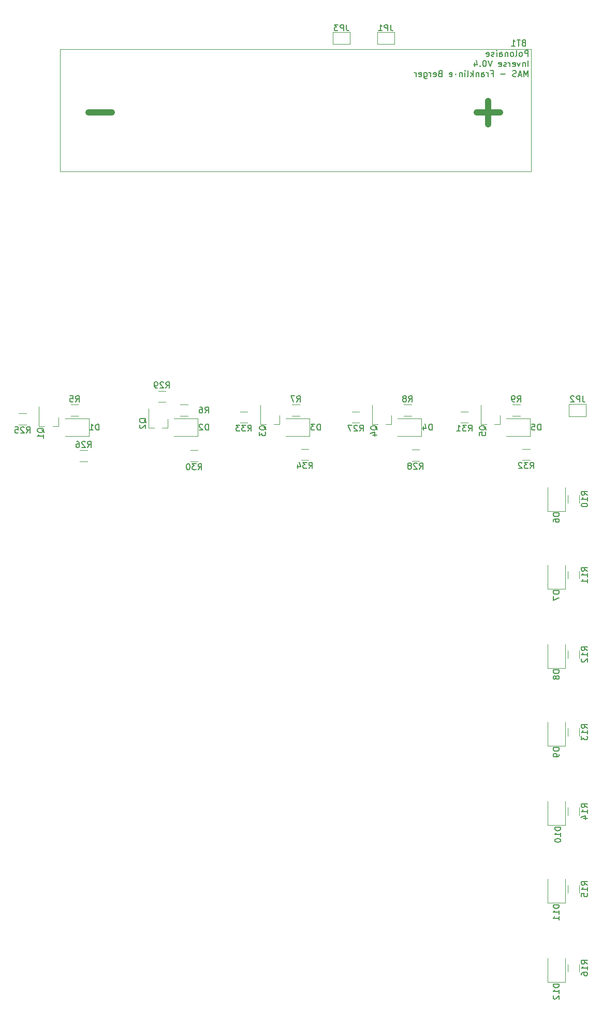
<source format=gbo>
G04 #@! TF.GenerationSoftware,KiCad,Pcbnew,(5.1.2)-1*
G04 #@! TF.CreationDate,2020-06-25T14:26:39+02:00*
G04 #@! TF.ProjectId,projet,70726f6a-6574-42e6-9b69-6361645f7063,rev?*
G04 #@! TF.SameCoordinates,Original*
G04 #@! TF.FileFunction,Legend,Bot*
G04 #@! TF.FilePolarity,Positive*
%FSLAX46Y46*%
G04 Gerber Fmt 4.6, Leading zero omitted, Abs format (unit mm)*
G04 Created by KiCad (PCBNEW (5.1.2)-1) date 2020-06-25 14:26:39*
%MOMM*%
%LPD*%
G04 APERTURE LIST*
%ADD10C,0.150000*%
%ADD11C,0.120000*%
%ADD12C,1.000000*%
G04 APERTURE END LIST*
D10*
X139513023Y-27123380D02*
X139513023Y-26123380D01*
X139132071Y-26123380D01*
X139036833Y-26171000D01*
X138989214Y-26218619D01*
X138941595Y-26313857D01*
X138941595Y-26456714D01*
X138989214Y-26551952D01*
X139036833Y-26599571D01*
X139132071Y-26647190D01*
X139513023Y-26647190D01*
X138370166Y-27123380D02*
X138465404Y-27075761D01*
X138513023Y-27028142D01*
X138560642Y-26932904D01*
X138560642Y-26647190D01*
X138513023Y-26551952D01*
X138465404Y-26504333D01*
X138370166Y-26456714D01*
X138227309Y-26456714D01*
X138132071Y-26504333D01*
X138084452Y-26551952D01*
X138036833Y-26647190D01*
X138036833Y-26932904D01*
X138084452Y-27028142D01*
X138132071Y-27075761D01*
X138227309Y-27123380D01*
X138370166Y-27123380D01*
X137465404Y-27123380D02*
X137560642Y-27075761D01*
X137608261Y-26980523D01*
X137608261Y-26123380D01*
X136941595Y-27123380D02*
X137036833Y-27075761D01*
X137084452Y-27028142D01*
X137132071Y-26932904D01*
X137132071Y-26647190D01*
X137084452Y-26551952D01*
X137036833Y-26504333D01*
X136941595Y-26456714D01*
X136798738Y-26456714D01*
X136703499Y-26504333D01*
X136655880Y-26551952D01*
X136608261Y-26647190D01*
X136608261Y-26932904D01*
X136655880Y-27028142D01*
X136703499Y-27075761D01*
X136798738Y-27123380D01*
X136941595Y-27123380D01*
X136179690Y-26456714D02*
X136179690Y-27123380D01*
X136179690Y-26551952D02*
X136132071Y-26504333D01*
X136036833Y-26456714D01*
X135893976Y-26456714D01*
X135798738Y-26504333D01*
X135751119Y-26599571D01*
X135751119Y-27123380D01*
X134846357Y-27123380D02*
X134846357Y-26599571D01*
X134893976Y-26504333D01*
X134989214Y-26456714D01*
X135179690Y-26456714D01*
X135274928Y-26504333D01*
X134846357Y-27075761D02*
X134941595Y-27123380D01*
X135179690Y-27123380D01*
X135274928Y-27075761D01*
X135322547Y-26980523D01*
X135322547Y-26885285D01*
X135274928Y-26790047D01*
X135179690Y-26742428D01*
X134941595Y-26742428D01*
X134846357Y-26694809D01*
X134370166Y-27123380D02*
X134370166Y-26456714D01*
X134370166Y-26123380D02*
X134417785Y-26171000D01*
X134370166Y-26218619D01*
X134322547Y-26171000D01*
X134370166Y-26123380D01*
X134370166Y-26218619D01*
X133941595Y-27075761D02*
X133846357Y-27123380D01*
X133655880Y-27123380D01*
X133560642Y-27075761D01*
X133513023Y-26980523D01*
X133513023Y-26932904D01*
X133560642Y-26837666D01*
X133655880Y-26790047D01*
X133798738Y-26790047D01*
X133893976Y-26742428D01*
X133941595Y-26647190D01*
X133941595Y-26599571D01*
X133893976Y-26504333D01*
X133798738Y-26456714D01*
X133655880Y-26456714D01*
X133560642Y-26504333D01*
X132703499Y-27075761D02*
X132798738Y-27123380D01*
X132989214Y-27123380D01*
X133084452Y-27075761D01*
X133132071Y-26980523D01*
X133132071Y-26599571D01*
X133084452Y-26504333D01*
X132989214Y-26456714D01*
X132798738Y-26456714D01*
X132703499Y-26504333D01*
X132655880Y-26599571D01*
X132655880Y-26694809D01*
X133132071Y-26790047D01*
X139513023Y-28773380D02*
X139513023Y-27773380D01*
X139036833Y-28106714D02*
X139036833Y-28773380D01*
X139036833Y-28201952D02*
X138989214Y-28154333D01*
X138893976Y-28106714D01*
X138751119Y-28106714D01*
X138655880Y-28154333D01*
X138608261Y-28249571D01*
X138608261Y-28773380D01*
X138227309Y-28106714D02*
X137989214Y-28773380D01*
X137751119Y-28106714D01*
X136989214Y-28725761D02*
X137084452Y-28773380D01*
X137274928Y-28773380D01*
X137370166Y-28725761D01*
X137417785Y-28630523D01*
X137417785Y-28249571D01*
X137370166Y-28154333D01*
X137274928Y-28106714D01*
X137084452Y-28106714D01*
X136989214Y-28154333D01*
X136941595Y-28249571D01*
X136941595Y-28344809D01*
X137417785Y-28440047D01*
X136513023Y-28773380D02*
X136513023Y-28106714D01*
X136513023Y-28297190D02*
X136465404Y-28201952D01*
X136417785Y-28154333D01*
X136322547Y-28106714D01*
X136227309Y-28106714D01*
X135941595Y-28725761D02*
X135846357Y-28773380D01*
X135655880Y-28773380D01*
X135560642Y-28725761D01*
X135513023Y-28630523D01*
X135513023Y-28582904D01*
X135560642Y-28487666D01*
X135655880Y-28440047D01*
X135798738Y-28440047D01*
X135893976Y-28392428D01*
X135941595Y-28297190D01*
X135941595Y-28249571D01*
X135893976Y-28154333D01*
X135798738Y-28106714D01*
X135655880Y-28106714D01*
X135560642Y-28154333D01*
X134703499Y-28725761D02*
X134798738Y-28773380D01*
X134989214Y-28773380D01*
X135084452Y-28725761D01*
X135132071Y-28630523D01*
X135132071Y-28249571D01*
X135084452Y-28154333D01*
X134989214Y-28106714D01*
X134798738Y-28106714D01*
X134703499Y-28154333D01*
X134655880Y-28249571D01*
X134655880Y-28344809D01*
X135132071Y-28440047D01*
X133608261Y-27773380D02*
X133274928Y-28773380D01*
X132941595Y-27773380D01*
X132417785Y-27773380D02*
X132322547Y-27773380D01*
X132227309Y-27821000D01*
X132179690Y-27868619D01*
X132132071Y-27963857D01*
X132084452Y-28154333D01*
X132084452Y-28392428D01*
X132132071Y-28582904D01*
X132179690Y-28678142D01*
X132227309Y-28725761D01*
X132322547Y-28773380D01*
X132417785Y-28773380D01*
X132513023Y-28725761D01*
X132560642Y-28678142D01*
X132608261Y-28582904D01*
X132655880Y-28392428D01*
X132655880Y-28154333D01*
X132608261Y-27963857D01*
X132560642Y-27868619D01*
X132513023Y-27821000D01*
X132417785Y-27773380D01*
X131655880Y-28678142D02*
X131608261Y-28725761D01*
X131655880Y-28773380D01*
X131703499Y-28725761D01*
X131655880Y-28678142D01*
X131655880Y-28773380D01*
X130751119Y-28106714D02*
X130751119Y-28773380D01*
X130989214Y-27725761D02*
X131227309Y-28440047D01*
X130608261Y-28440047D01*
X139513023Y-30423380D02*
X139513023Y-29423380D01*
X139179690Y-30137666D01*
X138846357Y-29423380D01*
X138846357Y-30423380D01*
X138417785Y-30137666D02*
X137941595Y-30137666D01*
X138513023Y-30423380D02*
X138179690Y-29423380D01*
X137846357Y-30423380D01*
X137560642Y-30375761D02*
X137417785Y-30423380D01*
X137179690Y-30423380D01*
X137084452Y-30375761D01*
X137036833Y-30328142D01*
X136989214Y-30232904D01*
X136989214Y-30137666D01*
X137036833Y-30042428D01*
X137084452Y-29994809D01*
X137179690Y-29947190D01*
X137370166Y-29899571D01*
X137465404Y-29851952D01*
X137513023Y-29804333D01*
X137560642Y-29709095D01*
X137560642Y-29613857D01*
X137513023Y-29518619D01*
X137465404Y-29471000D01*
X137370166Y-29423380D01*
X137132071Y-29423380D01*
X136989214Y-29471000D01*
X135798738Y-30042428D02*
X135036833Y-30042428D01*
X133465404Y-29899571D02*
X133798738Y-29899571D01*
X133798738Y-30423380D02*
X133798738Y-29423380D01*
X133322547Y-29423380D01*
X132941595Y-30423380D02*
X132941595Y-29756714D01*
X132941595Y-29947190D02*
X132893976Y-29851952D01*
X132846357Y-29804333D01*
X132751119Y-29756714D01*
X132655880Y-29756714D01*
X131893976Y-30423380D02*
X131893976Y-29899571D01*
X131941595Y-29804333D01*
X132036833Y-29756714D01*
X132227309Y-29756714D01*
X132322547Y-29804333D01*
X131893976Y-30375761D02*
X131989214Y-30423380D01*
X132227309Y-30423380D01*
X132322547Y-30375761D01*
X132370166Y-30280523D01*
X132370166Y-30185285D01*
X132322547Y-30090047D01*
X132227309Y-30042428D01*
X131989214Y-30042428D01*
X131893976Y-29994809D01*
X131417785Y-29756714D02*
X131417785Y-30423380D01*
X131417785Y-29851952D02*
X131370166Y-29804333D01*
X131274928Y-29756714D01*
X131132071Y-29756714D01*
X131036833Y-29804333D01*
X130989214Y-29899571D01*
X130989214Y-30423380D01*
X130513023Y-30423380D02*
X130513023Y-29423380D01*
X130417785Y-30042428D02*
X130132071Y-30423380D01*
X130132071Y-29756714D02*
X130513023Y-30137666D01*
X129560642Y-30423380D02*
X129655880Y-30375761D01*
X129703499Y-30280523D01*
X129703499Y-29423380D01*
X129179690Y-30423380D02*
X129179690Y-29756714D01*
X129179690Y-29423380D02*
X129227309Y-29471000D01*
X129179690Y-29518619D01*
X129132071Y-29471000D01*
X129179690Y-29423380D01*
X129179690Y-29518619D01*
X128703499Y-29756714D02*
X128703499Y-30423380D01*
X128703499Y-29851952D02*
X128655880Y-29804333D01*
X128560642Y-29756714D01*
X128417785Y-29756714D01*
X128322547Y-29804333D01*
X128274928Y-29899571D01*
X128274928Y-30423380D01*
X127655880Y-29994809D02*
X127703499Y-30042428D01*
X127655880Y-30090047D01*
X127608261Y-30042428D01*
X127655880Y-29994809D01*
X127655880Y-30090047D01*
X126655880Y-30375761D02*
X126751119Y-30423380D01*
X126941595Y-30423380D01*
X127036833Y-30375761D01*
X127084452Y-30280523D01*
X127084452Y-29899571D01*
X127036833Y-29804333D01*
X126941595Y-29756714D01*
X126751119Y-29756714D01*
X126655880Y-29804333D01*
X126608261Y-29899571D01*
X126608261Y-29994809D01*
X127084452Y-30090047D01*
X125084452Y-29899571D02*
X124941595Y-29947190D01*
X124893976Y-29994809D01*
X124846357Y-30090047D01*
X124846357Y-30232904D01*
X124893976Y-30328142D01*
X124941595Y-30375761D01*
X125036833Y-30423380D01*
X125417785Y-30423380D01*
X125417785Y-29423380D01*
X125084452Y-29423380D01*
X124989214Y-29471000D01*
X124941595Y-29518619D01*
X124893976Y-29613857D01*
X124893976Y-29709095D01*
X124941595Y-29804333D01*
X124989214Y-29851952D01*
X125084452Y-29899571D01*
X125417785Y-29899571D01*
X124036833Y-30375761D02*
X124132071Y-30423380D01*
X124322547Y-30423380D01*
X124417785Y-30375761D01*
X124465404Y-30280523D01*
X124465404Y-29899571D01*
X124417785Y-29804333D01*
X124322547Y-29756714D01*
X124132071Y-29756714D01*
X124036833Y-29804333D01*
X123989214Y-29899571D01*
X123989214Y-29994809D01*
X124465404Y-30090047D01*
X123560642Y-30423380D02*
X123560642Y-29756714D01*
X123560642Y-29947190D02*
X123513023Y-29851952D01*
X123465404Y-29804333D01*
X123370166Y-29756714D01*
X123274928Y-29756714D01*
X122513023Y-29756714D02*
X122513023Y-30566238D01*
X122560642Y-30661476D01*
X122608261Y-30709095D01*
X122703499Y-30756714D01*
X122846357Y-30756714D01*
X122941595Y-30709095D01*
X122513023Y-30375761D02*
X122608261Y-30423380D01*
X122798738Y-30423380D01*
X122893976Y-30375761D01*
X122941595Y-30328142D01*
X122989214Y-30232904D01*
X122989214Y-29947190D01*
X122941595Y-29851952D01*
X122893976Y-29804333D01*
X122798738Y-29756714D01*
X122608261Y-29756714D01*
X122513023Y-29804333D01*
X121655880Y-30375761D02*
X121751119Y-30423380D01*
X121941595Y-30423380D01*
X122036833Y-30375761D01*
X122084452Y-30280523D01*
X122084452Y-29899571D01*
X122036833Y-29804333D01*
X121941595Y-29756714D01*
X121751119Y-29756714D01*
X121655880Y-29804333D01*
X121608261Y-29899571D01*
X121608261Y-29994809D01*
X122084452Y-30090047D01*
X121179690Y-30423380D02*
X121179690Y-29756714D01*
X121179690Y-29947190D02*
X121132071Y-29851952D01*
X121084452Y-29804333D01*
X120989214Y-29756714D01*
X120893976Y-29756714D01*
D11*
X110366000Y-23130000D02*
X107566000Y-23130000D01*
X107566000Y-23130000D02*
X107566000Y-25130000D01*
X107566000Y-25130000D02*
X110366000Y-25130000D01*
X110366000Y-25130000D02*
X110366000Y-23130000D01*
X102397936Y-91290000D02*
X103602064Y-91290000D01*
X102397936Y-93110000D02*
X103602064Y-93110000D01*
X92410436Y-85190000D02*
X93614564Y-85190000D01*
X92410436Y-87010000D02*
X93614564Y-87010000D01*
X138597936Y-91290000D02*
X139802064Y-91290000D01*
X138597936Y-93110000D02*
X139802064Y-93110000D01*
X128497936Y-85190000D02*
X129702064Y-85190000D01*
X128497936Y-87010000D02*
X129702064Y-87010000D01*
X84285436Y-91490000D02*
X85489564Y-91490000D01*
X84285436Y-93310000D02*
X85489564Y-93310000D01*
X80214564Y-83610000D02*
X79010436Y-83610000D01*
X80214564Y-81790000D02*
X79010436Y-81790000D01*
X120497936Y-91390000D02*
X121702064Y-91390000D01*
X120497936Y-93210000D02*
X121702064Y-93210000D01*
X110710436Y-85190000D02*
X111914564Y-85190000D01*
X110710436Y-87010000D02*
X111914564Y-87010000D01*
X66197936Y-91490000D02*
X67402064Y-91490000D01*
X66197936Y-93310000D02*
X67402064Y-93310000D01*
X56210436Y-85490000D02*
X57414564Y-85490000D01*
X56210436Y-87310000D02*
X57414564Y-87310000D01*
X134930000Y-87260000D02*
X134930000Y-85800000D01*
X131770000Y-87260000D02*
X131770000Y-84100000D01*
X131770000Y-87260000D02*
X132700000Y-87260000D01*
X134930000Y-87260000D02*
X134000000Y-87260000D01*
X117130000Y-87260000D02*
X117130000Y-85800000D01*
X113970000Y-87260000D02*
X113970000Y-84100000D01*
X113970000Y-87260000D02*
X114900000Y-87260000D01*
X117130000Y-87260000D02*
X116200000Y-87260000D01*
X98880000Y-87260000D02*
X98880000Y-85800000D01*
X95720000Y-87260000D02*
X95720000Y-84100000D01*
X95720000Y-87260000D02*
X96650000Y-87260000D01*
X98880000Y-87260000D02*
X97950000Y-87260000D01*
X80580000Y-87860000D02*
X80580000Y-86400000D01*
X77420000Y-87860000D02*
X77420000Y-84700000D01*
X77420000Y-87860000D02*
X78350000Y-87860000D01*
X80580000Y-87860000D02*
X79650000Y-87860000D01*
X62680000Y-87560000D02*
X62680000Y-86100000D01*
X59520000Y-87560000D02*
X59520000Y-84400000D01*
X59520000Y-87560000D02*
X60450000Y-87560000D01*
X62680000Y-87560000D02*
X61750000Y-87560000D01*
X62988000Y-45941000D02*
X139988000Y-45941000D01*
X62988000Y-25941000D02*
X62988000Y-45941000D01*
X139988000Y-25941000D02*
X62988000Y-25941000D01*
X139988000Y-45941000D02*
X139988000Y-25941000D01*
X146029000Y-176714564D02*
X146029000Y-175510436D01*
X147849000Y-176714564D02*
X147849000Y-175510436D01*
X146029000Y-163833564D02*
X146029000Y-162629436D01*
X147849000Y-163833564D02*
X147849000Y-162629436D01*
X146029000Y-151133564D02*
X146029000Y-149929436D01*
X147849000Y-151133564D02*
X147849000Y-149929436D01*
X146029000Y-138179564D02*
X146029000Y-136975436D01*
X147849000Y-138179564D02*
X147849000Y-136975436D01*
X146029000Y-125479564D02*
X146029000Y-124275436D01*
X147849000Y-125479564D02*
X147849000Y-124275436D01*
X146029000Y-112489064D02*
X146029000Y-111284936D01*
X147849000Y-112489064D02*
X147849000Y-111284936D01*
X146029000Y-100079564D02*
X146029000Y-98875436D01*
X147849000Y-100079564D02*
X147849000Y-98875436D01*
X138179564Y-85873000D02*
X136975436Y-85873000D01*
X138179564Y-84053000D02*
X136975436Y-84053000D01*
X120399564Y-85873000D02*
X119195436Y-85873000D01*
X120399564Y-84053000D02*
X119195436Y-84053000D01*
X102111564Y-85873000D02*
X100907436Y-85873000D01*
X102111564Y-84053000D02*
X100907436Y-84053000D01*
X83823564Y-85873000D02*
X82619436Y-85873000D01*
X83823564Y-84053000D02*
X82619436Y-84053000D01*
X65916564Y-85873000D02*
X64712436Y-85873000D01*
X65916564Y-84053000D02*
X64712436Y-84053000D01*
X149011000Y-83963000D02*
X146211000Y-83963000D01*
X146211000Y-83963000D02*
X146211000Y-85963000D01*
X146211000Y-85963000D02*
X149011000Y-85963000D01*
X149011000Y-85963000D02*
X149011000Y-83963000D01*
X114813000Y-25130000D02*
X117613000Y-25130000D01*
X117613000Y-25130000D02*
X117613000Y-23130000D01*
X117613000Y-23130000D02*
X114813000Y-23130000D01*
X114813000Y-23130000D02*
X114813000Y-25130000D01*
X142685000Y-178434000D02*
X142685000Y-174549000D01*
X145605000Y-178434000D02*
X142685000Y-178434000D01*
X145605000Y-174549000D02*
X145605000Y-178434000D01*
X142685000Y-165454000D02*
X142685000Y-161569000D01*
X145605000Y-165454000D02*
X142685000Y-165454000D01*
X145605000Y-161569000D02*
X145605000Y-165454000D01*
X142685000Y-152780000D02*
X142685000Y-148895000D01*
X145605000Y-152780000D02*
X142685000Y-152780000D01*
X145605000Y-148895000D02*
X145605000Y-152780000D01*
X142685000Y-139826000D02*
X142685000Y-135941000D01*
X145605000Y-139826000D02*
X142685000Y-139826000D01*
X145605000Y-135941000D02*
X145605000Y-139826000D01*
X142685000Y-127126000D02*
X142685000Y-123241000D01*
X145605000Y-127126000D02*
X142685000Y-127126000D01*
X145605000Y-123241000D02*
X145605000Y-127126000D01*
X142685000Y-114172000D02*
X142685000Y-110287000D01*
X145605000Y-114172000D02*
X142685000Y-114172000D01*
X145605000Y-110287000D02*
X145605000Y-114172000D01*
X142685000Y-101472000D02*
X142685000Y-97587000D01*
X145605000Y-101472000D02*
X142685000Y-101472000D01*
X145605000Y-97587000D02*
X145605000Y-101472000D01*
X139826000Y-89217000D02*
X135941000Y-89217000D01*
X139826000Y-86297000D02*
X139826000Y-89217000D01*
X135941000Y-86297000D02*
X139826000Y-86297000D01*
X122046000Y-89217000D02*
X118161000Y-89217000D01*
X122046000Y-86297000D02*
X122046000Y-89217000D01*
X118161000Y-86297000D02*
X122046000Y-86297000D01*
X103758000Y-89217000D02*
X99873000Y-89217000D01*
X103758000Y-86297000D02*
X103758000Y-89217000D01*
X99873000Y-86297000D02*
X103758000Y-86297000D01*
X85470000Y-89217000D02*
X81585000Y-89217000D01*
X85470000Y-86297000D02*
X85470000Y-89217000D01*
X81585000Y-86297000D02*
X85470000Y-86297000D01*
X67690000Y-89217000D02*
X63805000Y-89217000D01*
X67690000Y-86297000D02*
X67690000Y-89217000D01*
X63805000Y-86297000D02*
X67690000Y-86297000D01*
D10*
X109799333Y-21931380D02*
X109799333Y-22645666D01*
X109846952Y-22788523D01*
X109942190Y-22883761D01*
X110085047Y-22931380D01*
X110180285Y-22931380D01*
X109323142Y-22931380D02*
X109323142Y-21931380D01*
X108942190Y-21931380D01*
X108846952Y-21979000D01*
X108799333Y-22026619D01*
X108751714Y-22121857D01*
X108751714Y-22264714D01*
X108799333Y-22359952D01*
X108846952Y-22407571D01*
X108942190Y-22455190D01*
X109323142Y-22455190D01*
X108418380Y-21931380D02*
X107799333Y-21931380D01*
X108132666Y-22312333D01*
X107989809Y-22312333D01*
X107894571Y-22359952D01*
X107846952Y-22407571D01*
X107799333Y-22502809D01*
X107799333Y-22740904D01*
X107846952Y-22836142D01*
X107894571Y-22883761D01*
X107989809Y-22931380D01*
X108275523Y-22931380D01*
X108370761Y-22883761D01*
X108418380Y-22836142D01*
X103642857Y-94472380D02*
X103976190Y-93996190D01*
X104214285Y-94472380D02*
X104214285Y-93472380D01*
X103833333Y-93472380D01*
X103738095Y-93520000D01*
X103690476Y-93567619D01*
X103642857Y-93662857D01*
X103642857Y-93805714D01*
X103690476Y-93900952D01*
X103738095Y-93948571D01*
X103833333Y-93996190D01*
X104214285Y-93996190D01*
X103309523Y-93472380D02*
X102690476Y-93472380D01*
X103023809Y-93853333D01*
X102880952Y-93853333D01*
X102785714Y-93900952D01*
X102738095Y-93948571D01*
X102690476Y-94043809D01*
X102690476Y-94281904D01*
X102738095Y-94377142D01*
X102785714Y-94424761D01*
X102880952Y-94472380D01*
X103166666Y-94472380D01*
X103261904Y-94424761D01*
X103309523Y-94377142D01*
X101833333Y-93805714D02*
X101833333Y-94472380D01*
X102071428Y-93424761D02*
X102309523Y-94139047D01*
X101690476Y-94139047D01*
X93655357Y-88372380D02*
X93988690Y-87896190D01*
X94226785Y-88372380D02*
X94226785Y-87372380D01*
X93845833Y-87372380D01*
X93750595Y-87420000D01*
X93702976Y-87467619D01*
X93655357Y-87562857D01*
X93655357Y-87705714D01*
X93702976Y-87800952D01*
X93750595Y-87848571D01*
X93845833Y-87896190D01*
X94226785Y-87896190D01*
X93322023Y-87372380D02*
X92702976Y-87372380D01*
X93036309Y-87753333D01*
X92893452Y-87753333D01*
X92798214Y-87800952D01*
X92750595Y-87848571D01*
X92702976Y-87943809D01*
X92702976Y-88181904D01*
X92750595Y-88277142D01*
X92798214Y-88324761D01*
X92893452Y-88372380D01*
X93179166Y-88372380D01*
X93274404Y-88324761D01*
X93322023Y-88277142D01*
X92369642Y-87372380D02*
X91750595Y-87372380D01*
X92083928Y-87753333D01*
X91941071Y-87753333D01*
X91845833Y-87800952D01*
X91798214Y-87848571D01*
X91750595Y-87943809D01*
X91750595Y-88181904D01*
X91798214Y-88277142D01*
X91845833Y-88324761D01*
X91941071Y-88372380D01*
X92226785Y-88372380D01*
X92322023Y-88324761D01*
X92369642Y-88277142D01*
X139842857Y-94472380D02*
X140176190Y-93996190D01*
X140414285Y-94472380D02*
X140414285Y-93472380D01*
X140033333Y-93472380D01*
X139938095Y-93520000D01*
X139890476Y-93567619D01*
X139842857Y-93662857D01*
X139842857Y-93805714D01*
X139890476Y-93900952D01*
X139938095Y-93948571D01*
X140033333Y-93996190D01*
X140414285Y-93996190D01*
X139509523Y-93472380D02*
X138890476Y-93472380D01*
X139223809Y-93853333D01*
X139080952Y-93853333D01*
X138985714Y-93900952D01*
X138938095Y-93948571D01*
X138890476Y-94043809D01*
X138890476Y-94281904D01*
X138938095Y-94377142D01*
X138985714Y-94424761D01*
X139080952Y-94472380D01*
X139366666Y-94472380D01*
X139461904Y-94424761D01*
X139509523Y-94377142D01*
X138509523Y-93567619D02*
X138461904Y-93520000D01*
X138366666Y-93472380D01*
X138128571Y-93472380D01*
X138033333Y-93520000D01*
X137985714Y-93567619D01*
X137938095Y-93662857D01*
X137938095Y-93758095D01*
X137985714Y-93900952D01*
X138557142Y-94472380D01*
X137938095Y-94472380D01*
X129742857Y-88372380D02*
X130076190Y-87896190D01*
X130314285Y-88372380D02*
X130314285Y-87372380D01*
X129933333Y-87372380D01*
X129838095Y-87420000D01*
X129790476Y-87467619D01*
X129742857Y-87562857D01*
X129742857Y-87705714D01*
X129790476Y-87800952D01*
X129838095Y-87848571D01*
X129933333Y-87896190D01*
X130314285Y-87896190D01*
X129409523Y-87372380D02*
X128790476Y-87372380D01*
X129123809Y-87753333D01*
X128980952Y-87753333D01*
X128885714Y-87800952D01*
X128838095Y-87848571D01*
X128790476Y-87943809D01*
X128790476Y-88181904D01*
X128838095Y-88277142D01*
X128885714Y-88324761D01*
X128980952Y-88372380D01*
X129266666Y-88372380D01*
X129361904Y-88324761D01*
X129409523Y-88277142D01*
X127838095Y-88372380D02*
X128409523Y-88372380D01*
X128123809Y-88372380D02*
X128123809Y-87372380D01*
X128219047Y-87515238D01*
X128314285Y-87610476D01*
X128409523Y-87658095D01*
X85530357Y-94672380D02*
X85863690Y-94196190D01*
X86101785Y-94672380D02*
X86101785Y-93672380D01*
X85720833Y-93672380D01*
X85625595Y-93720000D01*
X85577976Y-93767619D01*
X85530357Y-93862857D01*
X85530357Y-94005714D01*
X85577976Y-94100952D01*
X85625595Y-94148571D01*
X85720833Y-94196190D01*
X86101785Y-94196190D01*
X85197023Y-93672380D02*
X84577976Y-93672380D01*
X84911309Y-94053333D01*
X84768452Y-94053333D01*
X84673214Y-94100952D01*
X84625595Y-94148571D01*
X84577976Y-94243809D01*
X84577976Y-94481904D01*
X84625595Y-94577142D01*
X84673214Y-94624761D01*
X84768452Y-94672380D01*
X85054166Y-94672380D01*
X85149404Y-94624761D01*
X85197023Y-94577142D01*
X83958928Y-93672380D02*
X83863690Y-93672380D01*
X83768452Y-93720000D01*
X83720833Y-93767619D01*
X83673214Y-93862857D01*
X83625595Y-94053333D01*
X83625595Y-94291428D01*
X83673214Y-94481904D01*
X83720833Y-94577142D01*
X83768452Y-94624761D01*
X83863690Y-94672380D01*
X83958928Y-94672380D01*
X84054166Y-94624761D01*
X84101785Y-94577142D01*
X84149404Y-94481904D01*
X84197023Y-94291428D01*
X84197023Y-94053333D01*
X84149404Y-93862857D01*
X84101785Y-93767619D01*
X84054166Y-93720000D01*
X83958928Y-93672380D01*
X80255357Y-81332380D02*
X80588690Y-80856190D01*
X80826785Y-81332380D02*
X80826785Y-80332380D01*
X80445833Y-80332380D01*
X80350595Y-80380000D01*
X80302976Y-80427619D01*
X80255357Y-80522857D01*
X80255357Y-80665714D01*
X80302976Y-80760952D01*
X80350595Y-80808571D01*
X80445833Y-80856190D01*
X80826785Y-80856190D01*
X79874404Y-80427619D02*
X79826785Y-80380000D01*
X79731547Y-80332380D01*
X79493452Y-80332380D01*
X79398214Y-80380000D01*
X79350595Y-80427619D01*
X79302976Y-80522857D01*
X79302976Y-80618095D01*
X79350595Y-80760952D01*
X79922023Y-81332380D01*
X79302976Y-81332380D01*
X78826785Y-81332380D02*
X78636309Y-81332380D01*
X78541071Y-81284761D01*
X78493452Y-81237142D01*
X78398214Y-81094285D01*
X78350595Y-80903809D01*
X78350595Y-80522857D01*
X78398214Y-80427619D01*
X78445833Y-80380000D01*
X78541071Y-80332380D01*
X78731547Y-80332380D01*
X78826785Y-80380000D01*
X78874404Y-80427619D01*
X78922023Y-80522857D01*
X78922023Y-80760952D01*
X78874404Y-80856190D01*
X78826785Y-80903809D01*
X78731547Y-80951428D01*
X78541071Y-80951428D01*
X78445833Y-80903809D01*
X78398214Y-80856190D01*
X78350595Y-80760952D01*
X121742857Y-94572380D02*
X122076190Y-94096190D01*
X122314285Y-94572380D02*
X122314285Y-93572380D01*
X121933333Y-93572380D01*
X121838095Y-93620000D01*
X121790476Y-93667619D01*
X121742857Y-93762857D01*
X121742857Y-93905714D01*
X121790476Y-94000952D01*
X121838095Y-94048571D01*
X121933333Y-94096190D01*
X122314285Y-94096190D01*
X121361904Y-93667619D02*
X121314285Y-93620000D01*
X121219047Y-93572380D01*
X120980952Y-93572380D01*
X120885714Y-93620000D01*
X120838095Y-93667619D01*
X120790476Y-93762857D01*
X120790476Y-93858095D01*
X120838095Y-94000952D01*
X121409523Y-94572380D01*
X120790476Y-94572380D01*
X120219047Y-94000952D02*
X120314285Y-93953333D01*
X120361904Y-93905714D01*
X120409523Y-93810476D01*
X120409523Y-93762857D01*
X120361904Y-93667619D01*
X120314285Y-93620000D01*
X120219047Y-93572380D01*
X120028571Y-93572380D01*
X119933333Y-93620000D01*
X119885714Y-93667619D01*
X119838095Y-93762857D01*
X119838095Y-93810476D01*
X119885714Y-93905714D01*
X119933333Y-93953333D01*
X120028571Y-94000952D01*
X120219047Y-94000952D01*
X120314285Y-94048571D01*
X120361904Y-94096190D01*
X120409523Y-94191428D01*
X120409523Y-94381904D01*
X120361904Y-94477142D01*
X120314285Y-94524761D01*
X120219047Y-94572380D01*
X120028571Y-94572380D01*
X119933333Y-94524761D01*
X119885714Y-94477142D01*
X119838095Y-94381904D01*
X119838095Y-94191428D01*
X119885714Y-94096190D01*
X119933333Y-94048571D01*
X120028571Y-94000952D01*
X111955357Y-88372380D02*
X112288690Y-87896190D01*
X112526785Y-88372380D02*
X112526785Y-87372380D01*
X112145833Y-87372380D01*
X112050595Y-87420000D01*
X112002976Y-87467619D01*
X111955357Y-87562857D01*
X111955357Y-87705714D01*
X112002976Y-87800952D01*
X112050595Y-87848571D01*
X112145833Y-87896190D01*
X112526785Y-87896190D01*
X111574404Y-87467619D02*
X111526785Y-87420000D01*
X111431547Y-87372380D01*
X111193452Y-87372380D01*
X111098214Y-87420000D01*
X111050595Y-87467619D01*
X111002976Y-87562857D01*
X111002976Y-87658095D01*
X111050595Y-87800952D01*
X111622023Y-88372380D01*
X111002976Y-88372380D01*
X110669642Y-87372380D02*
X110002976Y-87372380D01*
X110431547Y-88372380D01*
X67455357Y-91052380D02*
X67788690Y-90576190D01*
X68026785Y-91052380D02*
X68026785Y-90052380D01*
X67645833Y-90052380D01*
X67550595Y-90100000D01*
X67502976Y-90147619D01*
X67455357Y-90242857D01*
X67455357Y-90385714D01*
X67502976Y-90480952D01*
X67550595Y-90528571D01*
X67645833Y-90576190D01*
X68026785Y-90576190D01*
X67074404Y-90147619D02*
X67026785Y-90100000D01*
X66931547Y-90052380D01*
X66693452Y-90052380D01*
X66598214Y-90100000D01*
X66550595Y-90147619D01*
X66502976Y-90242857D01*
X66502976Y-90338095D01*
X66550595Y-90480952D01*
X67122023Y-91052380D01*
X66502976Y-91052380D01*
X65645833Y-90052380D02*
X65836309Y-90052380D01*
X65931547Y-90100000D01*
X65979166Y-90147619D01*
X66074404Y-90290476D01*
X66122023Y-90480952D01*
X66122023Y-90861904D01*
X66074404Y-90957142D01*
X66026785Y-91004761D01*
X65931547Y-91052380D01*
X65741071Y-91052380D01*
X65645833Y-91004761D01*
X65598214Y-90957142D01*
X65550595Y-90861904D01*
X65550595Y-90623809D01*
X65598214Y-90528571D01*
X65645833Y-90480952D01*
X65741071Y-90433333D01*
X65931547Y-90433333D01*
X66026785Y-90480952D01*
X66074404Y-90528571D01*
X66122023Y-90623809D01*
X57455357Y-88672380D02*
X57788690Y-88196190D01*
X58026785Y-88672380D02*
X58026785Y-87672380D01*
X57645833Y-87672380D01*
X57550595Y-87720000D01*
X57502976Y-87767619D01*
X57455357Y-87862857D01*
X57455357Y-88005714D01*
X57502976Y-88100952D01*
X57550595Y-88148571D01*
X57645833Y-88196190D01*
X58026785Y-88196190D01*
X57074404Y-87767619D02*
X57026785Y-87720000D01*
X56931547Y-87672380D01*
X56693452Y-87672380D01*
X56598214Y-87720000D01*
X56550595Y-87767619D01*
X56502976Y-87862857D01*
X56502976Y-87958095D01*
X56550595Y-88100952D01*
X57122023Y-88672380D01*
X56502976Y-88672380D01*
X55598214Y-87672380D02*
X56074404Y-87672380D01*
X56122023Y-88148571D01*
X56074404Y-88100952D01*
X55979166Y-88053333D01*
X55741071Y-88053333D01*
X55645833Y-88100952D01*
X55598214Y-88148571D01*
X55550595Y-88243809D01*
X55550595Y-88481904D01*
X55598214Y-88577142D01*
X55645833Y-88624761D01*
X55741071Y-88672380D01*
X55979166Y-88672380D01*
X56074404Y-88624761D01*
X56122023Y-88577142D01*
X132647619Y-88204761D02*
X132600000Y-88109523D01*
X132504761Y-88014285D01*
X132361904Y-87871428D01*
X132314285Y-87776190D01*
X132314285Y-87680952D01*
X132552380Y-87728571D02*
X132504761Y-87633333D01*
X132409523Y-87538095D01*
X132219047Y-87490476D01*
X131885714Y-87490476D01*
X131695238Y-87538095D01*
X131600000Y-87633333D01*
X131552380Y-87728571D01*
X131552380Y-87919047D01*
X131600000Y-88014285D01*
X131695238Y-88109523D01*
X131885714Y-88157142D01*
X132219047Y-88157142D01*
X132409523Y-88109523D01*
X132504761Y-88014285D01*
X132552380Y-87919047D01*
X132552380Y-87728571D01*
X131552380Y-89061904D02*
X131552380Y-88585714D01*
X132028571Y-88538095D01*
X131980952Y-88585714D01*
X131933333Y-88680952D01*
X131933333Y-88919047D01*
X131980952Y-89014285D01*
X132028571Y-89061904D01*
X132123809Y-89109523D01*
X132361904Y-89109523D01*
X132457142Y-89061904D01*
X132504761Y-89014285D01*
X132552380Y-88919047D01*
X132552380Y-88680952D01*
X132504761Y-88585714D01*
X132457142Y-88538095D01*
X114847619Y-88204761D02*
X114800000Y-88109523D01*
X114704761Y-88014285D01*
X114561904Y-87871428D01*
X114514285Y-87776190D01*
X114514285Y-87680952D01*
X114752380Y-87728571D02*
X114704761Y-87633333D01*
X114609523Y-87538095D01*
X114419047Y-87490476D01*
X114085714Y-87490476D01*
X113895238Y-87538095D01*
X113800000Y-87633333D01*
X113752380Y-87728571D01*
X113752380Y-87919047D01*
X113800000Y-88014285D01*
X113895238Y-88109523D01*
X114085714Y-88157142D01*
X114419047Y-88157142D01*
X114609523Y-88109523D01*
X114704761Y-88014285D01*
X114752380Y-87919047D01*
X114752380Y-87728571D01*
X114085714Y-89014285D02*
X114752380Y-89014285D01*
X113704761Y-88776190D02*
X114419047Y-88538095D01*
X114419047Y-89157142D01*
X96647619Y-88204761D02*
X96600000Y-88109523D01*
X96504761Y-88014285D01*
X96361904Y-87871428D01*
X96314285Y-87776190D01*
X96314285Y-87680952D01*
X96552380Y-87728571D02*
X96504761Y-87633333D01*
X96409523Y-87538095D01*
X96219047Y-87490476D01*
X95885714Y-87490476D01*
X95695238Y-87538095D01*
X95600000Y-87633333D01*
X95552380Y-87728571D01*
X95552380Y-87919047D01*
X95600000Y-88014285D01*
X95695238Y-88109523D01*
X95885714Y-88157142D01*
X96219047Y-88157142D01*
X96409523Y-88109523D01*
X96504761Y-88014285D01*
X96552380Y-87919047D01*
X96552380Y-87728571D01*
X95552380Y-88490476D02*
X95552380Y-89109523D01*
X95933333Y-88776190D01*
X95933333Y-88919047D01*
X95980952Y-89014285D01*
X96028571Y-89061904D01*
X96123809Y-89109523D01*
X96361904Y-89109523D01*
X96457142Y-89061904D01*
X96504761Y-89014285D01*
X96552380Y-88919047D01*
X96552380Y-88633333D01*
X96504761Y-88538095D01*
X96457142Y-88490476D01*
X77047619Y-87004761D02*
X77000000Y-86909523D01*
X76904761Y-86814285D01*
X76761904Y-86671428D01*
X76714285Y-86576190D01*
X76714285Y-86480952D01*
X76952380Y-86528571D02*
X76904761Y-86433333D01*
X76809523Y-86338095D01*
X76619047Y-86290476D01*
X76285714Y-86290476D01*
X76095238Y-86338095D01*
X76000000Y-86433333D01*
X75952380Y-86528571D01*
X75952380Y-86719047D01*
X76000000Y-86814285D01*
X76095238Y-86909523D01*
X76285714Y-86957142D01*
X76619047Y-86957142D01*
X76809523Y-86909523D01*
X76904761Y-86814285D01*
X76952380Y-86719047D01*
X76952380Y-86528571D01*
X76047619Y-87338095D02*
X76000000Y-87385714D01*
X75952380Y-87480952D01*
X75952380Y-87719047D01*
X76000000Y-87814285D01*
X76047619Y-87861904D01*
X76142857Y-87909523D01*
X76238095Y-87909523D01*
X76380952Y-87861904D01*
X76952380Y-87290476D01*
X76952380Y-87909523D01*
X60347619Y-88604761D02*
X60300000Y-88509523D01*
X60204761Y-88414285D01*
X60061904Y-88271428D01*
X60014285Y-88176190D01*
X60014285Y-88080952D01*
X60252380Y-88128571D02*
X60204761Y-88033333D01*
X60109523Y-87938095D01*
X59919047Y-87890476D01*
X59585714Y-87890476D01*
X59395238Y-87938095D01*
X59300000Y-88033333D01*
X59252380Y-88128571D01*
X59252380Y-88319047D01*
X59300000Y-88414285D01*
X59395238Y-88509523D01*
X59585714Y-88557142D01*
X59919047Y-88557142D01*
X60109523Y-88509523D01*
X60204761Y-88414285D01*
X60252380Y-88319047D01*
X60252380Y-88128571D01*
X60252380Y-89509523D02*
X60252380Y-88938095D01*
X60252380Y-89223809D02*
X59252380Y-89223809D01*
X59395238Y-89128571D01*
X59490476Y-89033333D01*
X59538095Y-88938095D01*
X138773714Y-24869571D02*
X138630857Y-24917190D01*
X138583238Y-24964809D01*
X138535619Y-25060047D01*
X138535619Y-25202904D01*
X138583238Y-25298142D01*
X138630857Y-25345761D01*
X138726095Y-25393380D01*
X139107047Y-25393380D01*
X139107047Y-24393380D01*
X138773714Y-24393380D01*
X138678476Y-24441000D01*
X138630857Y-24488619D01*
X138583238Y-24583857D01*
X138583238Y-24679095D01*
X138630857Y-24774333D01*
X138678476Y-24821952D01*
X138773714Y-24869571D01*
X139107047Y-24869571D01*
X138249904Y-24393380D02*
X137678476Y-24393380D01*
X137964190Y-25393380D02*
X137964190Y-24393380D01*
X136821333Y-25393380D02*
X137392761Y-25393380D01*
X137107047Y-25393380D02*
X137107047Y-24393380D01*
X137202285Y-24536238D01*
X137297523Y-24631476D01*
X137392761Y-24679095D01*
D12*
X71392761Y-36298142D02*
X67583238Y-36298142D01*
X134892761Y-36298142D02*
X131083238Y-36298142D01*
X132988000Y-38202904D02*
X132988000Y-34393380D01*
D10*
X149211380Y-175469642D02*
X148735190Y-175136309D01*
X149211380Y-174898214D02*
X148211380Y-174898214D01*
X148211380Y-175279166D01*
X148259000Y-175374404D01*
X148306619Y-175422023D01*
X148401857Y-175469642D01*
X148544714Y-175469642D01*
X148639952Y-175422023D01*
X148687571Y-175374404D01*
X148735190Y-175279166D01*
X148735190Y-174898214D01*
X149211380Y-176422023D02*
X149211380Y-175850595D01*
X149211380Y-176136309D02*
X148211380Y-176136309D01*
X148354238Y-176041071D01*
X148449476Y-175945833D01*
X148497095Y-175850595D01*
X148211380Y-177279166D02*
X148211380Y-177088690D01*
X148259000Y-176993452D01*
X148306619Y-176945833D01*
X148449476Y-176850595D01*
X148639952Y-176802976D01*
X149020904Y-176802976D01*
X149116142Y-176850595D01*
X149163761Y-176898214D01*
X149211380Y-176993452D01*
X149211380Y-177183928D01*
X149163761Y-177279166D01*
X149116142Y-177326785D01*
X149020904Y-177374404D01*
X148782809Y-177374404D01*
X148687571Y-177326785D01*
X148639952Y-177279166D01*
X148592333Y-177183928D01*
X148592333Y-176993452D01*
X148639952Y-176898214D01*
X148687571Y-176850595D01*
X148782809Y-176802976D01*
X149211380Y-162588642D02*
X148735190Y-162255309D01*
X149211380Y-162017214D02*
X148211380Y-162017214D01*
X148211380Y-162398166D01*
X148259000Y-162493404D01*
X148306619Y-162541023D01*
X148401857Y-162588642D01*
X148544714Y-162588642D01*
X148639952Y-162541023D01*
X148687571Y-162493404D01*
X148735190Y-162398166D01*
X148735190Y-162017214D01*
X149211380Y-163541023D02*
X149211380Y-162969595D01*
X149211380Y-163255309D02*
X148211380Y-163255309D01*
X148354238Y-163160071D01*
X148449476Y-163064833D01*
X148497095Y-162969595D01*
X148211380Y-164445785D02*
X148211380Y-163969595D01*
X148687571Y-163921976D01*
X148639952Y-163969595D01*
X148592333Y-164064833D01*
X148592333Y-164302928D01*
X148639952Y-164398166D01*
X148687571Y-164445785D01*
X148782809Y-164493404D01*
X149020904Y-164493404D01*
X149116142Y-164445785D01*
X149163761Y-164398166D01*
X149211380Y-164302928D01*
X149211380Y-164064833D01*
X149163761Y-163969595D01*
X149116142Y-163921976D01*
X149211380Y-149888642D02*
X148735190Y-149555309D01*
X149211380Y-149317214D02*
X148211380Y-149317214D01*
X148211380Y-149698166D01*
X148259000Y-149793404D01*
X148306619Y-149841023D01*
X148401857Y-149888642D01*
X148544714Y-149888642D01*
X148639952Y-149841023D01*
X148687571Y-149793404D01*
X148735190Y-149698166D01*
X148735190Y-149317214D01*
X149211380Y-150841023D02*
X149211380Y-150269595D01*
X149211380Y-150555309D02*
X148211380Y-150555309D01*
X148354238Y-150460071D01*
X148449476Y-150364833D01*
X148497095Y-150269595D01*
X148544714Y-151698166D02*
X149211380Y-151698166D01*
X148163761Y-151460071D02*
X148878047Y-151221976D01*
X148878047Y-151841023D01*
X149211380Y-136934642D02*
X148735190Y-136601309D01*
X149211380Y-136363214D02*
X148211380Y-136363214D01*
X148211380Y-136744166D01*
X148259000Y-136839404D01*
X148306619Y-136887023D01*
X148401857Y-136934642D01*
X148544714Y-136934642D01*
X148639952Y-136887023D01*
X148687571Y-136839404D01*
X148735190Y-136744166D01*
X148735190Y-136363214D01*
X149211380Y-137887023D02*
X149211380Y-137315595D01*
X149211380Y-137601309D02*
X148211380Y-137601309D01*
X148354238Y-137506071D01*
X148449476Y-137410833D01*
X148497095Y-137315595D01*
X148211380Y-138220357D02*
X148211380Y-138839404D01*
X148592333Y-138506071D01*
X148592333Y-138648928D01*
X148639952Y-138744166D01*
X148687571Y-138791785D01*
X148782809Y-138839404D01*
X149020904Y-138839404D01*
X149116142Y-138791785D01*
X149163761Y-138744166D01*
X149211380Y-138648928D01*
X149211380Y-138363214D01*
X149163761Y-138267976D01*
X149116142Y-138220357D01*
X149211380Y-124234642D02*
X148735190Y-123901309D01*
X149211380Y-123663214D02*
X148211380Y-123663214D01*
X148211380Y-124044166D01*
X148259000Y-124139404D01*
X148306619Y-124187023D01*
X148401857Y-124234642D01*
X148544714Y-124234642D01*
X148639952Y-124187023D01*
X148687571Y-124139404D01*
X148735190Y-124044166D01*
X148735190Y-123663214D01*
X149211380Y-125187023D02*
X149211380Y-124615595D01*
X149211380Y-124901309D02*
X148211380Y-124901309D01*
X148354238Y-124806071D01*
X148449476Y-124710833D01*
X148497095Y-124615595D01*
X148306619Y-125567976D02*
X148259000Y-125615595D01*
X148211380Y-125710833D01*
X148211380Y-125948928D01*
X148259000Y-126044166D01*
X148306619Y-126091785D01*
X148401857Y-126139404D01*
X148497095Y-126139404D01*
X148639952Y-126091785D01*
X149211380Y-125520357D01*
X149211380Y-126139404D01*
X149211380Y-111244142D02*
X148735190Y-110910809D01*
X149211380Y-110672714D02*
X148211380Y-110672714D01*
X148211380Y-111053666D01*
X148259000Y-111148904D01*
X148306619Y-111196523D01*
X148401857Y-111244142D01*
X148544714Y-111244142D01*
X148639952Y-111196523D01*
X148687571Y-111148904D01*
X148735190Y-111053666D01*
X148735190Y-110672714D01*
X149211380Y-112196523D02*
X149211380Y-111625095D01*
X149211380Y-111910809D02*
X148211380Y-111910809D01*
X148354238Y-111815571D01*
X148449476Y-111720333D01*
X148497095Y-111625095D01*
X149211380Y-113148904D02*
X149211380Y-112577476D01*
X149211380Y-112863190D02*
X148211380Y-112863190D01*
X148354238Y-112767952D01*
X148449476Y-112672714D01*
X148497095Y-112577476D01*
X149211380Y-98834642D02*
X148735190Y-98501309D01*
X149211380Y-98263214D02*
X148211380Y-98263214D01*
X148211380Y-98644166D01*
X148259000Y-98739404D01*
X148306619Y-98787023D01*
X148401857Y-98834642D01*
X148544714Y-98834642D01*
X148639952Y-98787023D01*
X148687571Y-98739404D01*
X148735190Y-98644166D01*
X148735190Y-98263214D01*
X149211380Y-99787023D02*
X149211380Y-99215595D01*
X149211380Y-99501309D02*
X148211380Y-99501309D01*
X148354238Y-99406071D01*
X148449476Y-99310833D01*
X148497095Y-99215595D01*
X148211380Y-100406071D02*
X148211380Y-100501309D01*
X148259000Y-100596547D01*
X148306619Y-100644166D01*
X148401857Y-100691785D01*
X148592333Y-100739404D01*
X148830428Y-100739404D01*
X149020904Y-100691785D01*
X149116142Y-100644166D01*
X149163761Y-100596547D01*
X149211380Y-100501309D01*
X149211380Y-100406071D01*
X149163761Y-100310833D01*
X149116142Y-100263214D01*
X149020904Y-100215595D01*
X148830428Y-100167976D01*
X148592333Y-100167976D01*
X148401857Y-100215595D01*
X148306619Y-100263214D01*
X148259000Y-100310833D01*
X148211380Y-100406071D01*
X137744166Y-83595380D02*
X138077500Y-83119190D01*
X138315595Y-83595380D02*
X138315595Y-82595380D01*
X137934642Y-82595380D01*
X137839404Y-82643000D01*
X137791785Y-82690619D01*
X137744166Y-82785857D01*
X137744166Y-82928714D01*
X137791785Y-83023952D01*
X137839404Y-83071571D01*
X137934642Y-83119190D01*
X138315595Y-83119190D01*
X137267976Y-83595380D02*
X137077500Y-83595380D01*
X136982261Y-83547761D01*
X136934642Y-83500142D01*
X136839404Y-83357285D01*
X136791785Y-83166809D01*
X136791785Y-82785857D01*
X136839404Y-82690619D01*
X136887023Y-82643000D01*
X136982261Y-82595380D01*
X137172738Y-82595380D01*
X137267976Y-82643000D01*
X137315595Y-82690619D01*
X137363214Y-82785857D01*
X137363214Y-83023952D01*
X137315595Y-83119190D01*
X137267976Y-83166809D01*
X137172738Y-83214428D01*
X136982261Y-83214428D01*
X136887023Y-83166809D01*
X136839404Y-83119190D01*
X136791785Y-83023952D01*
X119964166Y-83595380D02*
X120297500Y-83119190D01*
X120535595Y-83595380D02*
X120535595Y-82595380D01*
X120154642Y-82595380D01*
X120059404Y-82643000D01*
X120011785Y-82690619D01*
X119964166Y-82785857D01*
X119964166Y-82928714D01*
X120011785Y-83023952D01*
X120059404Y-83071571D01*
X120154642Y-83119190D01*
X120535595Y-83119190D01*
X119392738Y-83023952D02*
X119487976Y-82976333D01*
X119535595Y-82928714D01*
X119583214Y-82833476D01*
X119583214Y-82785857D01*
X119535595Y-82690619D01*
X119487976Y-82643000D01*
X119392738Y-82595380D01*
X119202261Y-82595380D01*
X119107023Y-82643000D01*
X119059404Y-82690619D01*
X119011785Y-82785857D01*
X119011785Y-82833476D01*
X119059404Y-82928714D01*
X119107023Y-82976333D01*
X119202261Y-83023952D01*
X119392738Y-83023952D01*
X119487976Y-83071571D01*
X119535595Y-83119190D01*
X119583214Y-83214428D01*
X119583214Y-83404904D01*
X119535595Y-83500142D01*
X119487976Y-83547761D01*
X119392738Y-83595380D01*
X119202261Y-83595380D01*
X119107023Y-83547761D01*
X119059404Y-83500142D01*
X119011785Y-83404904D01*
X119011785Y-83214428D01*
X119059404Y-83119190D01*
X119107023Y-83071571D01*
X119202261Y-83023952D01*
X101676166Y-83595380D02*
X102009500Y-83119190D01*
X102247595Y-83595380D02*
X102247595Y-82595380D01*
X101866642Y-82595380D01*
X101771404Y-82643000D01*
X101723785Y-82690619D01*
X101676166Y-82785857D01*
X101676166Y-82928714D01*
X101723785Y-83023952D01*
X101771404Y-83071571D01*
X101866642Y-83119190D01*
X102247595Y-83119190D01*
X101342833Y-82595380D02*
X100676166Y-82595380D01*
X101104738Y-83595380D01*
X86653666Y-85415380D02*
X86987000Y-84939190D01*
X87225095Y-85415380D02*
X87225095Y-84415380D01*
X86844142Y-84415380D01*
X86748904Y-84463000D01*
X86701285Y-84510619D01*
X86653666Y-84605857D01*
X86653666Y-84748714D01*
X86701285Y-84843952D01*
X86748904Y-84891571D01*
X86844142Y-84939190D01*
X87225095Y-84939190D01*
X85796523Y-84415380D02*
X85987000Y-84415380D01*
X86082238Y-84463000D01*
X86129857Y-84510619D01*
X86225095Y-84653476D01*
X86272714Y-84843952D01*
X86272714Y-85224904D01*
X86225095Y-85320142D01*
X86177476Y-85367761D01*
X86082238Y-85415380D01*
X85891761Y-85415380D01*
X85796523Y-85367761D01*
X85748904Y-85320142D01*
X85701285Y-85224904D01*
X85701285Y-84986809D01*
X85748904Y-84891571D01*
X85796523Y-84843952D01*
X85891761Y-84796333D01*
X86082238Y-84796333D01*
X86177476Y-84843952D01*
X86225095Y-84891571D01*
X86272714Y-84986809D01*
X65481166Y-83595380D02*
X65814500Y-83119190D01*
X66052595Y-83595380D02*
X66052595Y-82595380D01*
X65671642Y-82595380D01*
X65576404Y-82643000D01*
X65528785Y-82690619D01*
X65481166Y-82785857D01*
X65481166Y-82928714D01*
X65528785Y-83023952D01*
X65576404Y-83071571D01*
X65671642Y-83119190D01*
X66052595Y-83119190D01*
X64576404Y-82595380D02*
X65052595Y-82595380D01*
X65100214Y-83071571D01*
X65052595Y-83023952D01*
X64957357Y-82976333D01*
X64719261Y-82976333D01*
X64624023Y-83023952D01*
X64576404Y-83071571D01*
X64528785Y-83166809D01*
X64528785Y-83404904D01*
X64576404Y-83500142D01*
X64624023Y-83547761D01*
X64719261Y-83595380D01*
X64957357Y-83595380D01*
X65052595Y-83547761D01*
X65100214Y-83500142D01*
X148444333Y-82615380D02*
X148444333Y-83329666D01*
X148491952Y-83472523D01*
X148587190Y-83567761D01*
X148730047Y-83615380D01*
X148825285Y-83615380D01*
X147968142Y-83615380D02*
X147968142Y-82615380D01*
X147587190Y-82615380D01*
X147491952Y-82663000D01*
X147444333Y-82710619D01*
X147396714Y-82805857D01*
X147396714Y-82948714D01*
X147444333Y-83043952D01*
X147491952Y-83091571D01*
X147587190Y-83139190D01*
X147968142Y-83139190D01*
X147015761Y-82710619D02*
X146968142Y-82663000D01*
X146872904Y-82615380D01*
X146634809Y-82615380D01*
X146539571Y-82663000D01*
X146491952Y-82710619D01*
X146444333Y-82805857D01*
X146444333Y-82901095D01*
X146491952Y-83043952D01*
X147063380Y-83615380D01*
X146444333Y-83615380D01*
X117038333Y-21931380D02*
X117038333Y-22645666D01*
X117085952Y-22788523D01*
X117181190Y-22883761D01*
X117324047Y-22931380D01*
X117419285Y-22931380D01*
X116562142Y-22931380D02*
X116562142Y-21931380D01*
X116181190Y-21931380D01*
X116085952Y-21979000D01*
X116038333Y-22026619D01*
X115990714Y-22121857D01*
X115990714Y-22264714D01*
X116038333Y-22359952D01*
X116085952Y-22407571D01*
X116181190Y-22455190D01*
X116562142Y-22455190D01*
X115038333Y-22931380D02*
X115609761Y-22931380D01*
X115324047Y-22931380D02*
X115324047Y-21931380D01*
X115419285Y-22074238D01*
X115514523Y-22169476D01*
X115609761Y-22217095D01*
X144597380Y-178744714D02*
X143597380Y-178744714D01*
X143597380Y-178982809D01*
X143645000Y-179125666D01*
X143740238Y-179220904D01*
X143835476Y-179268523D01*
X144025952Y-179316142D01*
X144168809Y-179316142D01*
X144359285Y-179268523D01*
X144454523Y-179220904D01*
X144549761Y-179125666D01*
X144597380Y-178982809D01*
X144597380Y-178744714D01*
X144597380Y-180268523D02*
X144597380Y-179697095D01*
X144597380Y-179982809D02*
X143597380Y-179982809D01*
X143740238Y-179887571D01*
X143835476Y-179792333D01*
X143883095Y-179697095D01*
X143692619Y-180649476D02*
X143645000Y-180697095D01*
X143597380Y-180792333D01*
X143597380Y-181030428D01*
X143645000Y-181125666D01*
X143692619Y-181173285D01*
X143787857Y-181220904D01*
X143883095Y-181220904D01*
X144025952Y-181173285D01*
X144597380Y-180601857D01*
X144597380Y-181220904D01*
X144597380Y-165790714D02*
X143597380Y-165790714D01*
X143597380Y-166028809D01*
X143645000Y-166171666D01*
X143740238Y-166266904D01*
X143835476Y-166314523D01*
X144025952Y-166362142D01*
X144168809Y-166362142D01*
X144359285Y-166314523D01*
X144454523Y-166266904D01*
X144549761Y-166171666D01*
X144597380Y-166028809D01*
X144597380Y-165790714D01*
X144597380Y-167314523D02*
X144597380Y-166743095D01*
X144597380Y-167028809D02*
X143597380Y-167028809D01*
X143740238Y-166933571D01*
X143835476Y-166838333D01*
X143883095Y-166743095D01*
X144597380Y-168266904D02*
X144597380Y-167695476D01*
X144597380Y-167981190D02*
X143597380Y-167981190D01*
X143740238Y-167885952D01*
X143835476Y-167790714D01*
X143883095Y-167695476D01*
X144851380Y-153090714D02*
X143851380Y-153090714D01*
X143851380Y-153328809D01*
X143899000Y-153471666D01*
X143994238Y-153566904D01*
X144089476Y-153614523D01*
X144279952Y-153662142D01*
X144422809Y-153662142D01*
X144613285Y-153614523D01*
X144708523Y-153566904D01*
X144803761Y-153471666D01*
X144851380Y-153328809D01*
X144851380Y-153090714D01*
X144851380Y-154614523D02*
X144851380Y-154043095D01*
X144851380Y-154328809D02*
X143851380Y-154328809D01*
X143994238Y-154233571D01*
X144089476Y-154138333D01*
X144137095Y-154043095D01*
X143851380Y-155233571D02*
X143851380Y-155328809D01*
X143899000Y-155424047D01*
X143946619Y-155471666D01*
X144041857Y-155519285D01*
X144232333Y-155566904D01*
X144470428Y-155566904D01*
X144660904Y-155519285D01*
X144756142Y-155471666D01*
X144803761Y-155424047D01*
X144851380Y-155328809D01*
X144851380Y-155233571D01*
X144803761Y-155138333D01*
X144756142Y-155090714D01*
X144660904Y-155043095D01*
X144470428Y-154995476D01*
X144232333Y-154995476D01*
X144041857Y-155043095D01*
X143946619Y-155090714D01*
X143899000Y-155138333D01*
X143851380Y-155233571D01*
X144597380Y-140104904D02*
X143597380Y-140104904D01*
X143597380Y-140343000D01*
X143645000Y-140485857D01*
X143740238Y-140581095D01*
X143835476Y-140628714D01*
X144025952Y-140676333D01*
X144168809Y-140676333D01*
X144359285Y-140628714D01*
X144454523Y-140581095D01*
X144549761Y-140485857D01*
X144597380Y-140343000D01*
X144597380Y-140104904D01*
X144597380Y-141152523D02*
X144597380Y-141343000D01*
X144549761Y-141438238D01*
X144502142Y-141485857D01*
X144359285Y-141581095D01*
X144168809Y-141628714D01*
X143787857Y-141628714D01*
X143692619Y-141581095D01*
X143645000Y-141533476D01*
X143597380Y-141438238D01*
X143597380Y-141247761D01*
X143645000Y-141152523D01*
X143692619Y-141104904D01*
X143787857Y-141057285D01*
X144025952Y-141057285D01*
X144121190Y-141104904D01*
X144168809Y-141152523D01*
X144216428Y-141247761D01*
X144216428Y-141438238D01*
X144168809Y-141533476D01*
X144121190Y-141581095D01*
X144025952Y-141628714D01*
X144597380Y-127404904D02*
X143597380Y-127404904D01*
X143597380Y-127643000D01*
X143645000Y-127785857D01*
X143740238Y-127881095D01*
X143835476Y-127928714D01*
X144025952Y-127976333D01*
X144168809Y-127976333D01*
X144359285Y-127928714D01*
X144454523Y-127881095D01*
X144549761Y-127785857D01*
X144597380Y-127643000D01*
X144597380Y-127404904D01*
X144025952Y-128547761D02*
X143978333Y-128452523D01*
X143930714Y-128404904D01*
X143835476Y-128357285D01*
X143787857Y-128357285D01*
X143692619Y-128404904D01*
X143645000Y-128452523D01*
X143597380Y-128547761D01*
X143597380Y-128738238D01*
X143645000Y-128833476D01*
X143692619Y-128881095D01*
X143787857Y-128928714D01*
X143835476Y-128928714D01*
X143930714Y-128881095D01*
X143978333Y-128833476D01*
X144025952Y-128738238D01*
X144025952Y-128547761D01*
X144073571Y-128452523D01*
X144121190Y-128404904D01*
X144216428Y-128357285D01*
X144406904Y-128357285D01*
X144502142Y-128404904D01*
X144549761Y-128452523D01*
X144597380Y-128547761D01*
X144597380Y-128738238D01*
X144549761Y-128833476D01*
X144502142Y-128881095D01*
X144406904Y-128928714D01*
X144216428Y-128928714D01*
X144121190Y-128881095D01*
X144073571Y-128833476D01*
X144025952Y-128738238D01*
X144597380Y-114450904D02*
X143597380Y-114450904D01*
X143597380Y-114689000D01*
X143645000Y-114831857D01*
X143740238Y-114927095D01*
X143835476Y-114974714D01*
X144025952Y-115022333D01*
X144168809Y-115022333D01*
X144359285Y-114974714D01*
X144454523Y-114927095D01*
X144549761Y-114831857D01*
X144597380Y-114689000D01*
X144597380Y-114450904D01*
X143597380Y-115355666D02*
X143597380Y-116022333D01*
X144597380Y-115593761D01*
X144597380Y-101750904D02*
X143597380Y-101750904D01*
X143597380Y-101989000D01*
X143645000Y-102131857D01*
X143740238Y-102227095D01*
X143835476Y-102274714D01*
X144025952Y-102322333D01*
X144168809Y-102322333D01*
X144359285Y-102274714D01*
X144454523Y-102227095D01*
X144549761Y-102131857D01*
X144597380Y-101989000D01*
X144597380Y-101750904D01*
X143597380Y-103179476D02*
X143597380Y-102989000D01*
X143645000Y-102893761D01*
X143692619Y-102846142D01*
X143835476Y-102750904D01*
X144025952Y-102703285D01*
X144406904Y-102703285D01*
X144502142Y-102750904D01*
X144549761Y-102798523D01*
X144597380Y-102893761D01*
X144597380Y-103084238D01*
X144549761Y-103179476D01*
X144502142Y-103227095D01*
X144406904Y-103274714D01*
X144168809Y-103274714D01*
X144073571Y-103227095D01*
X144025952Y-103179476D01*
X143978333Y-103084238D01*
X143978333Y-102893761D01*
X144025952Y-102798523D01*
X144073571Y-102750904D01*
X144168809Y-102703285D01*
X141581095Y-88209380D02*
X141581095Y-87209380D01*
X141343000Y-87209380D01*
X141200142Y-87257000D01*
X141104904Y-87352238D01*
X141057285Y-87447476D01*
X141009666Y-87637952D01*
X141009666Y-87780809D01*
X141057285Y-87971285D01*
X141104904Y-88066523D01*
X141200142Y-88161761D01*
X141343000Y-88209380D01*
X141581095Y-88209380D01*
X140104904Y-87209380D02*
X140581095Y-87209380D01*
X140628714Y-87685571D01*
X140581095Y-87637952D01*
X140485857Y-87590333D01*
X140247761Y-87590333D01*
X140152523Y-87637952D01*
X140104904Y-87685571D01*
X140057285Y-87780809D01*
X140057285Y-88018904D01*
X140104904Y-88114142D01*
X140152523Y-88161761D01*
X140247761Y-88209380D01*
X140485857Y-88209380D01*
X140581095Y-88161761D01*
X140628714Y-88114142D01*
X123801095Y-88209380D02*
X123801095Y-87209380D01*
X123563000Y-87209380D01*
X123420142Y-87257000D01*
X123324904Y-87352238D01*
X123277285Y-87447476D01*
X123229666Y-87637952D01*
X123229666Y-87780809D01*
X123277285Y-87971285D01*
X123324904Y-88066523D01*
X123420142Y-88161761D01*
X123563000Y-88209380D01*
X123801095Y-88209380D01*
X122372523Y-87542714D02*
X122372523Y-88209380D01*
X122610619Y-87161761D02*
X122848714Y-87876047D01*
X122229666Y-87876047D01*
X105513095Y-88209380D02*
X105513095Y-87209380D01*
X105275000Y-87209380D01*
X105132142Y-87257000D01*
X105036904Y-87352238D01*
X104989285Y-87447476D01*
X104941666Y-87637952D01*
X104941666Y-87780809D01*
X104989285Y-87971285D01*
X105036904Y-88066523D01*
X105132142Y-88161761D01*
X105275000Y-88209380D01*
X105513095Y-88209380D01*
X104608333Y-87209380D02*
X103989285Y-87209380D01*
X104322619Y-87590333D01*
X104179761Y-87590333D01*
X104084523Y-87637952D01*
X104036904Y-87685571D01*
X103989285Y-87780809D01*
X103989285Y-88018904D01*
X104036904Y-88114142D01*
X104084523Y-88161761D01*
X104179761Y-88209380D01*
X104465476Y-88209380D01*
X104560714Y-88161761D01*
X104608333Y-88114142D01*
X87225095Y-88209380D02*
X87225095Y-87209380D01*
X86987000Y-87209380D01*
X86844142Y-87257000D01*
X86748904Y-87352238D01*
X86701285Y-87447476D01*
X86653666Y-87637952D01*
X86653666Y-87780809D01*
X86701285Y-87971285D01*
X86748904Y-88066523D01*
X86844142Y-88161761D01*
X86987000Y-88209380D01*
X87225095Y-88209380D01*
X86272714Y-87304619D02*
X86225095Y-87257000D01*
X86129857Y-87209380D01*
X85891761Y-87209380D01*
X85796523Y-87257000D01*
X85748904Y-87304619D01*
X85701285Y-87399857D01*
X85701285Y-87495095D01*
X85748904Y-87637952D01*
X86320333Y-88209380D01*
X85701285Y-88209380D01*
X69318095Y-88209380D02*
X69318095Y-87209380D01*
X69080000Y-87209380D01*
X68937142Y-87257000D01*
X68841904Y-87352238D01*
X68794285Y-87447476D01*
X68746666Y-87637952D01*
X68746666Y-87780809D01*
X68794285Y-87971285D01*
X68841904Y-88066523D01*
X68937142Y-88161761D01*
X69080000Y-88209380D01*
X69318095Y-88209380D01*
X67794285Y-88209380D02*
X68365714Y-88209380D01*
X68080000Y-88209380D02*
X68080000Y-87209380D01*
X68175238Y-87352238D01*
X68270476Y-87447476D01*
X68365714Y-87495095D01*
M02*

</source>
